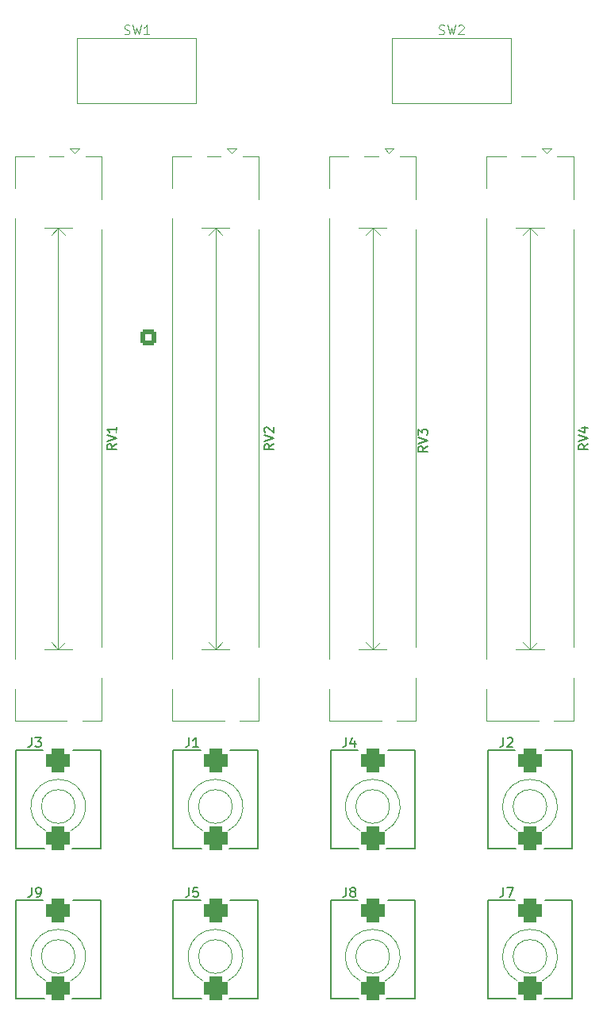
<source format=gto>
G04 #@! TF.GenerationSoftware,KiCad,Pcbnew,7.0.7*
G04 #@! TF.CreationDate,2025-10-31T21:12:30+08:00*
G04 #@! TF.ProjectId,3340_VCO,33333430-5f56-4434-9f2e-6b696361645f,rev?*
G04 #@! TF.SameCoordinates,Original*
G04 #@! TF.FileFunction,Legend,Top*
G04 #@! TF.FilePolarity,Positive*
%FSLAX46Y46*%
G04 Gerber Fmt 4.6, Leading zero omitted, Abs format (unit mm)*
G04 Created by KiCad (PCBNEW 7.0.7) date 2025-10-31 21:12:30*
%MOMM*%
%LPD*%
G01*
G04 APERTURE LIST*
G04 Aperture macros list*
%AMRoundRect*
0 Rectangle with rounded corners*
0 $1 Rounding radius*
0 $2 $3 $4 $5 $6 $7 $8 $9 X,Y pos of 4 corners*
0 Add a 4 corners polygon primitive as box body*
4,1,4,$2,$3,$4,$5,$6,$7,$8,$9,$2,$3,0*
0 Add four circle primitives for the rounded corners*
1,1,$1+$1,$2,$3*
1,1,$1+$1,$4,$5*
1,1,$1+$1,$6,$7*
1,1,$1+$1,$8,$9*
0 Add four rect primitives between the rounded corners*
20,1,$1+$1,$2,$3,$4,$5,0*
20,1,$1+$1,$4,$5,$6,$7,0*
20,1,$1+$1,$6,$7,$8,$9,0*
20,1,$1+$1,$8,$9,$2,$3,0*%
G04 Aperture macros list end*
%ADD10C,0.150000*%
%ADD11C,0.100000*%
%ADD12C,0.200000*%
%ADD13C,0.120000*%
%ADD14O,3.100000X2.300000*%
%ADD15RoundRect,0.650000X-0.650000X-0.650000X0.650000X-0.650000X0.650000X0.650000X-0.650000X0.650000X0*%
%ADD16C,2.600000*%
%ADD17R,1.750000X1.750000*%
%ADD18C,1.750000*%
%ADD19C,2.700000*%
%ADD20C,1.440000*%
%ADD21R,1.700000X1.700000*%
%ADD22C,1.700000*%
%ADD23RoundRect,0.250000X0.600000X0.600000X-0.600000X0.600000X-0.600000X-0.600000X0.600000X-0.600000X0*%
G04 APERTURE END LIST*
D10*
X105556666Y-136654819D02*
X105556666Y-137369104D01*
X105556666Y-137369104D02*
X105509047Y-137511961D01*
X105509047Y-137511961D02*
X105413809Y-137607200D01*
X105413809Y-137607200D02*
X105270952Y-137654819D01*
X105270952Y-137654819D02*
X105175714Y-137654819D01*
X106175714Y-137083390D02*
X106080476Y-137035771D01*
X106080476Y-137035771D02*
X106032857Y-136988152D01*
X106032857Y-136988152D02*
X105985238Y-136892914D01*
X105985238Y-136892914D02*
X105985238Y-136845295D01*
X105985238Y-136845295D02*
X106032857Y-136750057D01*
X106032857Y-136750057D02*
X106080476Y-136702438D01*
X106080476Y-136702438D02*
X106175714Y-136654819D01*
X106175714Y-136654819D02*
X106366190Y-136654819D01*
X106366190Y-136654819D02*
X106461428Y-136702438D01*
X106461428Y-136702438D02*
X106509047Y-136750057D01*
X106509047Y-136750057D02*
X106556666Y-136845295D01*
X106556666Y-136845295D02*
X106556666Y-136892914D01*
X106556666Y-136892914D02*
X106509047Y-136988152D01*
X106509047Y-136988152D02*
X106461428Y-137035771D01*
X106461428Y-137035771D02*
X106366190Y-137083390D01*
X106366190Y-137083390D02*
X106175714Y-137083390D01*
X106175714Y-137083390D02*
X106080476Y-137131009D01*
X106080476Y-137131009D02*
X106032857Y-137178628D01*
X106032857Y-137178628D02*
X105985238Y-137273866D01*
X105985238Y-137273866D02*
X105985238Y-137464342D01*
X105985238Y-137464342D02*
X106032857Y-137559580D01*
X106032857Y-137559580D02*
X106080476Y-137607200D01*
X106080476Y-137607200D02*
X106175714Y-137654819D01*
X106175714Y-137654819D02*
X106366190Y-137654819D01*
X106366190Y-137654819D02*
X106461428Y-137607200D01*
X106461428Y-137607200D02*
X106509047Y-137559580D01*
X106509047Y-137559580D02*
X106556666Y-137464342D01*
X106556666Y-137464342D02*
X106556666Y-137273866D01*
X106556666Y-137273866D02*
X106509047Y-137178628D01*
X106509047Y-137178628D02*
X106461428Y-137131009D01*
X106461428Y-137131009D02*
X106366190Y-137083390D01*
X71996666Y-136654819D02*
X71996666Y-137369104D01*
X71996666Y-137369104D02*
X71949047Y-137511961D01*
X71949047Y-137511961D02*
X71853809Y-137607200D01*
X71853809Y-137607200D02*
X71710952Y-137654819D01*
X71710952Y-137654819D02*
X71615714Y-137654819D01*
X72520476Y-137654819D02*
X72710952Y-137654819D01*
X72710952Y-137654819D02*
X72806190Y-137607200D01*
X72806190Y-137607200D02*
X72853809Y-137559580D01*
X72853809Y-137559580D02*
X72949047Y-137416723D01*
X72949047Y-137416723D02*
X72996666Y-137226247D01*
X72996666Y-137226247D02*
X72996666Y-136845295D01*
X72996666Y-136845295D02*
X72949047Y-136750057D01*
X72949047Y-136750057D02*
X72901428Y-136702438D01*
X72901428Y-136702438D02*
X72806190Y-136654819D01*
X72806190Y-136654819D02*
X72615714Y-136654819D01*
X72615714Y-136654819D02*
X72520476Y-136702438D01*
X72520476Y-136702438D02*
X72472857Y-136750057D01*
X72472857Y-136750057D02*
X72425238Y-136845295D01*
X72425238Y-136845295D02*
X72425238Y-137083390D01*
X72425238Y-137083390D02*
X72472857Y-137178628D01*
X72472857Y-137178628D02*
X72520476Y-137226247D01*
X72520476Y-137226247D02*
X72615714Y-137273866D01*
X72615714Y-137273866D02*
X72806190Y-137273866D01*
X72806190Y-137273866D02*
X72901428Y-137226247D01*
X72901428Y-137226247D02*
X72949047Y-137178628D01*
X72949047Y-137178628D02*
X72996666Y-137083390D01*
D11*
X115446667Y-45591800D02*
X115589524Y-45639419D01*
X115589524Y-45639419D02*
X115827619Y-45639419D01*
X115827619Y-45639419D02*
X115922857Y-45591800D01*
X115922857Y-45591800D02*
X115970476Y-45544180D01*
X115970476Y-45544180D02*
X116018095Y-45448942D01*
X116018095Y-45448942D02*
X116018095Y-45353704D01*
X116018095Y-45353704D02*
X115970476Y-45258466D01*
X115970476Y-45258466D02*
X115922857Y-45210847D01*
X115922857Y-45210847D02*
X115827619Y-45163228D01*
X115827619Y-45163228D02*
X115637143Y-45115609D01*
X115637143Y-45115609D02*
X115541905Y-45067990D01*
X115541905Y-45067990D02*
X115494286Y-45020371D01*
X115494286Y-45020371D02*
X115446667Y-44925133D01*
X115446667Y-44925133D02*
X115446667Y-44829895D01*
X115446667Y-44829895D02*
X115494286Y-44734657D01*
X115494286Y-44734657D02*
X115541905Y-44687038D01*
X115541905Y-44687038D02*
X115637143Y-44639419D01*
X115637143Y-44639419D02*
X115875238Y-44639419D01*
X115875238Y-44639419D02*
X116018095Y-44687038D01*
X116351429Y-44639419D02*
X116589524Y-45639419D01*
X116589524Y-45639419D02*
X116780000Y-44925133D01*
X116780000Y-44925133D02*
X116970476Y-45639419D01*
X116970476Y-45639419D02*
X117208572Y-44639419D01*
X117541905Y-44734657D02*
X117589524Y-44687038D01*
X117589524Y-44687038D02*
X117684762Y-44639419D01*
X117684762Y-44639419D02*
X117922857Y-44639419D01*
X117922857Y-44639419D02*
X118018095Y-44687038D01*
X118018095Y-44687038D02*
X118065714Y-44734657D01*
X118065714Y-44734657D02*
X118113333Y-44829895D01*
X118113333Y-44829895D02*
X118113333Y-44925133D01*
X118113333Y-44925133D02*
X118065714Y-45067990D01*
X118065714Y-45067990D02*
X117494286Y-45639419D01*
X117494286Y-45639419D02*
X118113333Y-45639419D01*
D10*
X131374819Y-89345238D02*
X130898628Y-89678571D01*
X131374819Y-89916666D02*
X130374819Y-89916666D01*
X130374819Y-89916666D02*
X130374819Y-89535714D01*
X130374819Y-89535714D02*
X130422438Y-89440476D01*
X130422438Y-89440476D02*
X130470057Y-89392857D01*
X130470057Y-89392857D02*
X130565295Y-89345238D01*
X130565295Y-89345238D02*
X130708152Y-89345238D01*
X130708152Y-89345238D02*
X130803390Y-89392857D01*
X130803390Y-89392857D02*
X130851009Y-89440476D01*
X130851009Y-89440476D02*
X130898628Y-89535714D01*
X130898628Y-89535714D02*
X130898628Y-89916666D01*
X130374819Y-89059523D02*
X131374819Y-88726190D01*
X131374819Y-88726190D02*
X130374819Y-88392857D01*
X130708152Y-87630952D02*
X131374819Y-87630952D01*
X130327200Y-87869047D02*
X131041485Y-88107142D01*
X131041485Y-88107142D02*
X131041485Y-87488095D01*
X122336666Y-120654819D02*
X122336666Y-121369104D01*
X122336666Y-121369104D02*
X122289047Y-121511961D01*
X122289047Y-121511961D02*
X122193809Y-121607200D01*
X122193809Y-121607200D02*
X122050952Y-121654819D01*
X122050952Y-121654819D02*
X121955714Y-121654819D01*
X122765238Y-120750057D02*
X122812857Y-120702438D01*
X122812857Y-120702438D02*
X122908095Y-120654819D01*
X122908095Y-120654819D02*
X123146190Y-120654819D01*
X123146190Y-120654819D02*
X123241428Y-120702438D01*
X123241428Y-120702438D02*
X123289047Y-120750057D01*
X123289047Y-120750057D02*
X123336666Y-120845295D01*
X123336666Y-120845295D02*
X123336666Y-120940533D01*
X123336666Y-120940533D02*
X123289047Y-121083390D01*
X123289047Y-121083390D02*
X122717619Y-121654819D01*
X122717619Y-121654819D02*
X123336666Y-121654819D01*
X81034819Y-89345238D02*
X80558628Y-89678571D01*
X81034819Y-89916666D02*
X80034819Y-89916666D01*
X80034819Y-89916666D02*
X80034819Y-89535714D01*
X80034819Y-89535714D02*
X80082438Y-89440476D01*
X80082438Y-89440476D02*
X80130057Y-89392857D01*
X80130057Y-89392857D02*
X80225295Y-89345238D01*
X80225295Y-89345238D02*
X80368152Y-89345238D01*
X80368152Y-89345238D02*
X80463390Y-89392857D01*
X80463390Y-89392857D02*
X80511009Y-89440476D01*
X80511009Y-89440476D02*
X80558628Y-89535714D01*
X80558628Y-89535714D02*
X80558628Y-89916666D01*
X80034819Y-89059523D02*
X81034819Y-88726190D01*
X81034819Y-88726190D02*
X80034819Y-88392857D01*
X81034819Y-87535714D02*
X81034819Y-88107142D01*
X81034819Y-87821428D02*
X80034819Y-87821428D01*
X80034819Y-87821428D02*
X80177676Y-87916666D01*
X80177676Y-87916666D02*
X80272914Y-88011904D01*
X80272914Y-88011904D02*
X80320533Y-88107142D01*
D11*
X81886667Y-45591800D02*
X82029524Y-45639419D01*
X82029524Y-45639419D02*
X82267619Y-45639419D01*
X82267619Y-45639419D02*
X82362857Y-45591800D01*
X82362857Y-45591800D02*
X82410476Y-45544180D01*
X82410476Y-45544180D02*
X82458095Y-45448942D01*
X82458095Y-45448942D02*
X82458095Y-45353704D01*
X82458095Y-45353704D02*
X82410476Y-45258466D01*
X82410476Y-45258466D02*
X82362857Y-45210847D01*
X82362857Y-45210847D02*
X82267619Y-45163228D01*
X82267619Y-45163228D02*
X82077143Y-45115609D01*
X82077143Y-45115609D02*
X81981905Y-45067990D01*
X81981905Y-45067990D02*
X81934286Y-45020371D01*
X81934286Y-45020371D02*
X81886667Y-44925133D01*
X81886667Y-44925133D02*
X81886667Y-44829895D01*
X81886667Y-44829895D02*
X81934286Y-44734657D01*
X81934286Y-44734657D02*
X81981905Y-44687038D01*
X81981905Y-44687038D02*
X82077143Y-44639419D01*
X82077143Y-44639419D02*
X82315238Y-44639419D01*
X82315238Y-44639419D02*
X82458095Y-44687038D01*
X82791429Y-44639419D02*
X83029524Y-45639419D01*
X83029524Y-45639419D02*
X83220000Y-44925133D01*
X83220000Y-44925133D02*
X83410476Y-45639419D01*
X83410476Y-45639419D02*
X83648572Y-44639419D01*
X84553333Y-45639419D02*
X83981905Y-45639419D01*
X84267619Y-45639419D02*
X84267619Y-44639419D01*
X84267619Y-44639419D02*
X84172381Y-44782276D01*
X84172381Y-44782276D02*
X84077143Y-44877514D01*
X84077143Y-44877514D02*
X83981905Y-44925133D01*
D10*
X88776666Y-136654819D02*
X88776666Y-137369104D01*
X88776666Y-137369104D02*
X88729047Y-137511961D01*
X88729047Y-137511961D02*
X88633809Y-137607200D01*
X88633809Y-137607200D02*
X88490952Y-137654819D01*
X88490952Y-137654819D02*
X88395714Y-137654819D01*
X89729047Y-136654819D02*
X89252857Y-136654819D01*
X89252857Y-136654819D02*
X89205238Y-137131009D01*
X89205238Y-137131009D02*
X89252857Y-137083390D01*
X89252857Y-137083390D02*
X89348095Y-137035771D01*
X89348095Y-137035771D02*
X89586190Y-137035771D01*
X89586190Y-137035771D02*
X89681428Y-137083390D01*
X89681428Y-137083390D02*
X89729047Y-137131009D01*
X89729047Y-137131009D02*
X89776666Y-137226247D01*
X89776666Y-137226247D02*
X89776666Y-137464342D01*
X89776666Y-137464342D02*
X89729047Y-137559580D01*
X89729047Y-137559580D02*
X89681428Y-137607200D01*
X89681428Y-137607200D02*
X89586190Y-137654819D01*
X89586190Y-137654819D02*
X89348095Y-137654819D01*
X89348095Y-137654819D02*
X89252857Y-137607200D01*
X89252857Y-137607200D02*
X89205238Y-137559580D01*
X122336666Y-136654819D02*
X122336666Y-137369104D01*
X122336666Y-137369104D02*
X122289047Y-137511961D01*
X122289047Y-137511961D02*
X122193809Y-137607200D01*
X122193809Y-137607200D02*
X122050952Y-137654819D01*
X122050952Y-137654819D02*
X121955714Y-137654819D01*
X122717619Y-136654819D02*
X123384285Y-136654819D01*
X123384285Y-136654819D02*
X122955714Y-137654819D01*
X97814819Y-89345238D02*
X97338628Y-89678571D01*
X97814819Y-89916666D02*
X96814819Y-89916666D01*
X96814819Y-89916666D02*
X96814819Y-89535714D01*
X96814819Y-89535714D02*
X96862438Y-89440476D01*
X96862438Y-89440476D02*
X96910057Y-89392857D01*
X96910057Y-89392857D02*
X97005295Y-89345238D01*
X97005295Y-89345238D02*
X97148152Y-89345238D01*
X97148152Y-89345238D02*
X97243390Y-89392857D01*
X97243390Y-89392857D02*
X97291009Y-89440476D01*
X97291009Y-89440476D02*
X97338628Y-89535714D01*
X97338628Y-89535714D02*
X97338628Y-89916666D01*
X96814819Y-89059523D02*
X97814819Y-88726190D01*
X97814819Y-88726190D02*
X96814819Y-88392857D01*
X96910057Y-88107142D02*
X96862438Y-88059523D01*
X96862438Y-88059523D02*
X96814819Y-87964285D01*
X96814819Y-87964285D02*
X96814819Y-87726190D01*
X96814819Y-87726190D02*
X96862438Y-87630952D01*
X96862438Y-87630952D02*
X96910057Y-87583333D01*
X96910057Y-87583333D02*
X97005295Y-87535714D01*
X97005295Y-87535714D02*
X97100533Y-87535714D01*
X97100533Y-87535714D02*
X97243390Y-87583333D01*
X97243390Y-87583333D02*
X97814819Y-88154761D01*
X97814819Y-88154761D02*
X97814819Y-87535714D01*
X114246819Y-89581238D02*
X113770628Y-89914571D01*
X114246819Y-90152666D02*
X113246819Y-90152666D01*
X113246819Y-90152666D02*
X113246819Y-89771714D01*
X113246819Y-89771714D02*
X113294438Y-89676476D01*
X113294438Y-89676476D02*
X113342057Y-89628857D01*
X113342057Y-89628857D02*
X113437295Y-89581238D01*
X113437295Y-89581238D02*
X113580152Y-89581238D01*
X113580152Y-89581238D02*
X113675390Y-89628857D01*
X113675390Y-89628857D02*
X113723009Y-89676476D01*
X113723009Y-89676476D02*
X113770628Y-89771714D01*
X113770628Y-89771714D02*
X113770628Y-90152666D01*
X113246819Y-89295523D02*
X114246819Y-88962190D01*
X114246819Y-88962190D02*
X113246819Y-88628857D01*
X113246819Y-88390761D02*
X113246819Y-87771714D01*
X113246819Y-87771714D02*
X113627771Y-88105047D01*
X113627771Y-88105047D02*
X113627771Y-87962190D01*
X113627771Y-87962190D02*
X113675390Y-87866952D01*
X113675390Y-87866952D02*
X113723009Y-87819333D01*
X113723009Y-87819333D02*
X113818247Y-87771714D01*
X113818247Y-87771714D02*
X114056342Y-87771714D01*
X114056342Y-87771714D02*
X114151580Y-87819333D01*
X114151580Y-87819333D02*
X114199200Y-87866952D01*
X114199200Y-87866952D02*
X114246819Y-87962190D01*
X114246819Y-87962190D02*
X114246819Y-88247904D01*
X114246819Y-88247904D02*
X114199200Y-88343142D01*
X114199200Y-88343142D02*
X114151580Y-88390761D01*
X105556666Y-120654819D02*
X105556666Y-121369104D01*
X105556666Y-121369104D02*
X105509047Y-121511961D01*
X105509047Y-121511961D02*
X105413809Y-121607200D01*
X105413809Y-121607200D02*
X105270952Y-121654819D01*
X105270952Y-121654819D02*
X105175714Y-121654819D01*
X106461428Y-120988152D02*
X106461428Y-121654819D01*
X106223333Y-120607200D02*
X105985238Y-121321485D01*
X105985238Y-121321485D02*
X106604285Y-121321485D01*
X71996666Y-120654819D02*
X71996666Y-121369104D01*
X71996666Y-121369104D02*
X71949047Y-121511961D01*
X71949047Y-121511961D02*
X71853809Y-121607200D01*
X71853809Y-121607200D02*
X71710952Y-121654819D01*
X71710952Y-121654819D02*
X71615714Y-121654819D01*
X72377619Y-120654819D02*
X72996666Y-120654819D01*
X72996666Y-120654819D02*
X72663333Y-121035771D01*
X72663333Y-121035771D02*
X72806190Y-121035771D01*
X72806190Y-121035771D02*
X72901428Y-121083390D01*
X72901428Y-121083390D02*
X72949047Y-121131009D01*
X72949047Y-121131009D02*
X72996666Y-121226247D01*
X72996666Y-121226247D02*
X72996666Y-121464342D01*
X72996666Y-121464342D02*
X72949047Y-121559580D01*
X72949047Y-121559580D02*
X72901428Y-121607200D01*
X72901428Y-121607200D02*
X72806190Y-121654819D01*
X72806190Y-121654819D02*
X72520476Y-121654819D01*
X72520476Y-121654819D02*
X72425238Y-121607200D01*
X72425238Y-121607200D02*
X72377619Y-121559580D01*
X88776666Y-120654819D02*
X88776666Y-121369104D01*
X88776666Y-121369104D02*
X88729047Y-121511961D01*
X88729047Y-121511961D02*
X88633809Y-121607200D01*
X88633809Y-121607200D02*
X88490952Y-121654819D01*
X88490952Y-121654819D02*
X88395714Y-121654819D01*
X89776666Y-121654819D02*
X89205238Y-121654819D01*
X89490952Y-121654819D02*
X89490952Y-120654819D01*
X89490952Y-120654819D02*
X89395714Y-120797676D01*
X89395714Y-120797676D02*
X89300476Y-120892914D01*
X89300476Y-120892914D02*
X89205238Y-120940533D01*
D12*
X103890000Y-138000000D02*
X106790000Y-138000000D01*
X103890000Y-148500000D02*
X103890000Y-138000000D01*
X103890000Y-148500000D02*
X106890000Y-148500000D01*
X109890000Y-148500000D02*
X112890000Y-148500000D01*
X109990000Y-138000000D02*
X112890000Y-138000000D01*
X112890000Y-148500000D02*
X112890000Y-138000000D01*
D13*
X108390000Y-141105001D02*
G75*
G03*
X107040000Y-146588576I-26869J-2901351D01*
G01*
X109740000Y-146588577D02*
G75*
G03*
X108390000Y-141105000I-1323132J2582225D01*
G01*
X110190000Y-144000000D02*
G75*
G03*
X110190000Y-144000000I-1800000J0D01*
G01*
D12*
X70330000Y-138000000D02*
X73230000Y-138000000D01*
X70330000Y-148500000D02*
X70330000Y-138000000D01*
X70330000Y-148500000D02*
X73330000Y-148500000D01*
X76330000Y-148500000D02*
X79330000Y-148500000D01*
X76430000Y-138000000D02*
X79330000Y-138000000D01*
X79330000Y-148500000D02*
X79330000Y-138000000D01*
D13*
X74830000Y-141105001D02*
G75*
G03*
X73480000Y-146588576I-26869J-2901351D01*
G01*
X76180000Y-146588577D02*
G75*
G03*
X74830000Y-141105000I-1323132J2582225D01*
G01*
X76630000Y-144000000D02*
G75*
G03*
X76630000Y-144000000I-1800000J0D01*
G01*
D11*
X110430000Y-46050000D02*
X123130000Y-46050000D01*
X123130000Y-46050000D02*
X123130000Y-52950000D01*
X123130000Y-52950000D02*
X110430000Y-52950000D01*
X110430000Y-52950000D02*
X110430000Y-46050000D01*
D13*
X127420000Y-57825000D02*
X126420000Y-57825000D01*
X126420000Y-57825000D02*
X126920000Y-58325000D01*
X126920000Y-58325000D02*
X127420000Y-57825000D01*
X129790000Y-58630000D02*
X128095000Y-58630000D01*
X129790000Y-58630000D02*
X129790000Y-63215000D01*
X125745000Y-58630000D02*
X124242000Y-58630000D01*
X122597000Y-58630000D02*
X120550000Y-58630000D01*
X120550000Y-58630000D02*
X120550000Y-62015000D01*
X120550000Y-65286000D02*
X120550000Y-112215000D01*
X126670000Y-66250000D02*
X123670000Y-66250000D01*
X125170000Y-66250000D02*
X124420000Y-67000000D01*
X125170000Y-66250000D02*
X125170000Y-111250000D01*
X129790000Y-66486000D02*
X129790000Y-111015000D01*
X125920000Y-67000000D02*
X125170000Y-66250000D01*
X125920000Y-110500000D02*
X125170000Y-111250000D01*
X126670000Y-111250000D02*
X123670000Y-111250000D01*
X125170000Y-111250000D02*
X124420000Y-110500000D01*
X129790000Y-114286000D02*
X129790000Y-118870000D01*
X120550000Y-115486000D02*
X120550000Y-118870000D01*
X129790000Y-118870000D02*
X127743000Y-118870000D01*
X126097000Y-118870000D02*
X120550000Y-118870000D01*
D12*
X120670000Y-122000000D02*
X123570000Y-122000000D01*
X120670000Y-132500000D02*
X120670000Y-122000000D01*
X120670000Y-132500000D02*
X123670000Y-132500000D01*
X126670000Y-132500000D02*
X129670000Y-132500000D01*
X126770000Y-122000000D02*
X129670000Y-122000000D01*
X129670000Y-132500000D02*
X129670000Y-122000000D01*
D13*
X125170000Y-125105001D02*
G75*
G03*
X123820000Y-130588576I-26869J-2901351D01*
G01*
X126520000Y-130588577D02*
G75*
G03*
X125170000Y-125105000I-1323132J2582225D01*
G01*
X126970000Y-128000000D02*
G75*
G03*
X126970000Y-128000000I-1800000J0D01*
G01*
X77080000Y-57825000D02*
X76080000Y-57825000D01*
X76080000Y-57825000D02*
X76580000Y-58325000D01*
X76580000Y-58325000D02*
X77080000Y-57825000D01*
X79450000Y-58630000D02*
X77755000Y-58630000D01*
X79450000Y-58630000D02*
X79450000Y-63215000D01*
X75405000Y-58630000D02*
X73902000Y-58630000D01*
X72257000Y-58630000D02*
X70210000Y-58630000D01*
X70210000Y-58630000D02*
X70210000Y-62015000D01*
X70210000Y-65286000D02*
X70210000Y-112215000D01*
X76330000Y-66250000D02*
X73330000Y-66250000D01*
X74830000Y-66250000D02*
X74080000Y-67000000D01*
X74830000Y-66250000D02*
X74830000Y-111250000D01*
X79450000Y-66486000D02*
X79450000Y-111015000D01*
X75580000Y-67000000D02*
X74830000Y-66250000D01*
X75580000Y-110500000D02*
X74830000Y-111250000D01*
X76330000Y-111250000D02*
X73330000Y-111250000D01*
X74830000Y-111250000D02*
X74080000Y-110500000D01*
X79450000Y-114286000D02*
X79450000Y-118870000D01*
X70210000Y-115486000D02*
X70210000Y-118870000D01*
X79450000Y-118870000D02*
X77403000Y-118870000D01*
X75757000Y-118870000D02*
X70210000Y-118870000D01*
D11*
X76870000Y-46050000D02*
X89570000Y-46050000D01*
X89570000Y-46050000D02*
X89570000Y-52950000D01*
X89570000Y-52950000D02*
X76870000Y-52950000D01*
X76870000Y-52950000D02*
X76870000Y-46050000D01*
D12*
X87110000Y-138000000D02*
X90010000Y-138000000D01*
X87110000Y-148500000D02*
X87110000Y-138000000D01*
X87110000Y-148500000D02*
X90110000Y-148500000D01*
X93110000Y-148500000D02*
X96110000Y-148500000D01*
X93210000Y-138000000D02*
X96110000Y-138000000D01*
X96110000Y-148500000D02*
X96110000Y-138000000D01*
D13*
X91610000Y-141105001D02*
G75*
G03*
X90260000Y-146588576I-26869J-2901351D01*
G01*
X92960000Y-146588577D02*
G75*
G03*
X91610000Y-141105000I-1323132J2582225D01*
G01*
X93410000Y-144000000D02*
G75*
G03*
X93410000Y-144000000I-1800000J0D01*
G01*
D12*
X120670000Y-138000000D02*
X123570000Y-138000000D01*
X120670000Y-148500000D02*
X120670000Y-138000000D01*
X120670000Y-148500000D02*
X123670000Y-148500000D01*
X126670000Y-148500000D02*
X129670000Y-148500000D01*
X126770000Y-138000000D02*
X129670000Y-138000000D01*
X129670000Y-148500000D02*
X129670000Y-138000000D01*
D13*
X125170000Y-141105001D02*
G75*
G03*
X123820000Y-146588576I-26869J-2901351D01*
G01*
X126520000Y-146588577D02*
G75*
G03*
X125170000Y-141105000I-1323132J2582225D01*
G01*
X126970000Y-144000000D02*
G75*
G03*
X126970000Y-144000000I-1800000J0D01*
G01*
X93860000Y-57825000D02*
X92860000Y-57825000D01*
X92860000Y-57825000D02*
X93360000Y-58325000D01*
X93360000Y-58325000D02*
X93860000Y-57825000D01*
X96230000Y-58630000D02*
X94535000Y-58630000D01*
X96230000Y-58630000D02*
X96230000Y-63215000D01*
X92185000Y-58630000D02*
X90682000Y-58630000D01*
X89037000Y-58630000D02*
X86990000Y-58630000D01*
X86990000Y-58630000D02*
X86990000Y-62015000D01*
X86990000Y-65286000D02*
X86990000Y-112215000D01*
X93110000Y-66250000D02*
X90110000Y-66250000D01*
X91610000Y-66250000D02*
X90860000Y-67000000D01*
X91610000Y-66250000D02*
X91610000Y-111250000D01*
X96230000Y-66486000D02*
X96230000Y-111015000D01*
X92360000Y-67000000D02*
X91610000Y-66250000D01*
X92360000Y-110500000D02*
X91610000Y-111250000D01*
X93110000Y-111250000D02*
X90110000Y-111250000D01*
X91610000Y-111250000D02*
X90860000Y-110500000D01*
X96230000Y-114286000D02*
X96230000Y-118870000D01*
X86990000Y-115486000D02*
X86990000Y-118870000D01*
X96230000Y-118870000D02*
X94183000Y-118870000D01*
X92537000Y-118870000D02*
X86990000Y-118870000D01*
X110640000Y-57825000D02*
X109640000Y-57825000D01*
X109640000Y-57825000D02*
X110140000Y-58325000D01*
X110140000Y-58325000D02*
X110640000Y-57825000D01*
X113010000Y-58630000D02*
X111315000Y-58630000D01*
X113010000Y-58630000D02*
X113010000Y-63215000D01*
X108965000Y-58630000D02*
X107462000Y-58630000D01*
X105817000Y-58630000D02*
X103770000Y-58630000D01*
X103770000Y-58630000D02*
X103770000Y-62015000D01*
X103770000Y-65286000D02*
X103770000Y-112215000D01*
X109890000Y-66250000D02*
X106890000Y-66250000D01*
X108390000Y-66250000D02*
X107640000Y-67000000D01*
X108390000Y-66250000D02*
X108390000Y-111250000D01*
X113010000Y-66486000D02*
X113010000Y-111015000D01*
X109140000Y-67000000D02*
X108390000Y-66250000D01*
X109140000Y-110500000D02*
X108390000Y-111250000D01*
X109890000Y-111250000D02*
X106890000Y-111250000D01*
X108390000Y-111250000D02*
X107640000Y-110500000D01*
X113010000Y-114286000D02*
X113010000Y-118870000D01*
X103770000Y-115486000D02*
X103770000Y-118870000D01*
X113010000Y-118870000D02*
X110963000Y-118870000D01*
X109317000Y-118870000D02*
X103770000Y-118870000D01*
D12*
X103890000Y-122000000D02*
X106790000Y-122000000D01*
X103890000Y-132500000D02*
X103890000Y-122000000D01*
X103890000Y-132500000D02*
X106890000Y-132500000D01*
X109890000Y-132500000D02*
X112890000Y-132500000D01*
X109990000Y-122000000D02*
X112890000Y-122000000D01*
X112890000Y-132500000D02*
X112890000Y-122000000D01*
D13*
X108390000Y-125105001D02*
G75*
G03*
X107040000Y-130588576I-26869J-2901351D01*
G01*
X109740000Y-130588577D02*
G75*
G03*
X108390000Y-125105000I-1323132J2582225D01*
G01*
X110190000Y-128000000D02*
G75*
G03*
X110190000Y-128000000I-1800000J0D01*
G01*
D12*
X70330000Y-122000000D02*
X73230000Y-122000000D01*
X70330000Y-132500000D02*
X70330000Y-122000000D01*
X70330000Y-132500000D02*
X73330000Y-132500000D01*
X76330000Y-132500000D02*
X79330000Y-132500000D01*
X76430000Y-122000000D02*
X79330000Y-122000000D01*
X79330000Y-132500000D02*
X79330000Y-122000000D01*
D13*
X74830000Y-125105001D02*
G75*
G03*
X73480000Y-130588576I-26869J-2901351D01*
G01*
X76180000Y-130588577D02*
G75*
G03*
X74830000Y-125105000I-1323132J2582225D01*
G01*
X76630000Y-128000000D02*
G75*
G03*
X76630000Y-128000000I-1800000J0D01*
G01*
D12*
X87110000Y-122000000D02*
X90010000Y-122000000D01*
X87110000Y-132500000D02*
X87110000Y-122000000D01*
X87110000Y-132500000D02*
X90110000Y-132500000D01*
X93110000Y-132500000D02*
X96110000Y-132500000D01*
X93210000Y-122000000D02*
X96110000Y-122000000D01*
X96110000Y-132500000D02*
X96110000Y-122000000D01*
D13*
X91610000Y-125105001D02*
G75*
G03*
X90260000Y-130588576I-26869J-2901351D01*
G01*
X92960000Y-130588577D02*
G75*
G03*
X91610000Y-125105000I-1323132J2582225D01*
G01*
X93410000Y-128000000D02*
G75*
G03*
X93410000Y-128000000I-1800000J0D01*
G01*
%LPC*%
D14*
X108390000Y-150480000D03*
D15*
X108390000Y-139080000D03*
X108390000Y-147380000D03*
D14*
X74830000Y-150480000D03*
D15*
X74830000Y-139080000D03*
X74830000Y-147380000D03*
D16*
X112080000Y-49500000D03*
X116780000Y-49500000D03*
X121480000Y-49500000D03*
D17*
X126920000Y-59500000D03*
D18*
X123420000Y-59500000D03*
X126920000Y-118000000D03*
D19*
X120970000Y-63650000D03*
X129370000Y-64850000D03*
X129370000Y-112650000D03*
X120970000Y-113850000D03*
D14*
X125170000Y-134480000D03*
D15*
X125170000Y-123080000D03*
X125170000Y-131380000D03*
D17*
X76580000Y-59500000D03*
D18*
X73080000Y-59500000D03*
X76580000Y-118000000D03*
D19*
X70630000Y-63650000D03*
X79030000Y-64850000D03*
X79030000Y-112650000D03*
X70630000Y-113850000D03*
D16*
X78520000Y-49500000D03*
X83220000Y-49500000D03*
X87920000Y-49500000D03*
D14*
X91610000Y-150480000D03*
D15*
X91610000Y-139080000D03*
X91610000Y-147380000D03*
D14*
X125170000Y-150480000D03*
D15*
X125170000Y-139080000D03*
X125170000Y-147380000D03*
D17*
X93360000Y-59500000D03*
D18*
X89860000Y-59500000D03*
X93360000Y-118000000D03*
D19*
X87410000Y-63650000D03*
X95810000Y-64850000D03*
X95810000Y-112650000D03*
X87410000Y-113850000D03*
D17*
X110140000Y-59500000D03*
D18*
X106640000Y-59500000D03*
X110140000Y-118000000D03*
D19*
X104190000Y-63650000D03*
X112590000Y-64850000D03*
X112590000Y-112650000D03*
X104190000Y-113850000D03*
D14*
X108390000Y-134480000D03*
D15*
X108390000Y-123080000D03*
X108390000Y-131380000D03*
D14*
X74830000Y-134480000D03*
D15*
X74830000Y-123080000D03*
X74830000Y-131380000D03*
D14*
X91610000Y-134480000D03*
D15*
X91610000Y-123080000D03*
X91610000Y-131380000D03*
D20*
X115570000Y-75692000D03*
X118110000Y-73152000D03*
X115570000Y-70612000D03*
D21*
X115824000Y-81788000D03*
D22*
X115824000Y-84328000D03*
X115824000Y-86868000D03*
X115824000Y-89408000D03*
X115824000Y-91948000D03*
X115824000Y-94488000D03*
X115824000Y-97028000D03*
X115824000Y-99568000D03*
X115824000Y-102108000D03*
X115824000Y-104648000D03*
X100584000Y-104648000D03*
X100584000Y-102108000D03*
X100584000Y-99568000D03*
X100584000Y-97028000D03*
X100584000Y-94488000D03*
X100584000Y-91948000D03*
X100584000Y-89408000D03*
X100584000Y-86868000D03*
X100584000Y-84328000D03*
X100584000Y-81788000D03*
D20*
X84333000Y-124704000D03*
X81793000Y-127244000D03*
X84333000Y-129784000D03*
D23*
X84490000Y-78000000D03*
D22*
X81950000Y-78000000D03*
X84490000Y-80540000D03*
X81950000Y-80540000D03*
X84490000Y-83080000D03*
X81950000Y-83080000D03*
X84490000Y-85620000D03*
X81950000Y-85620000D03*
X84490000Y-88160000D03*
X81950000Y-88160000D03*
%LPD*%
M02*

</source>
